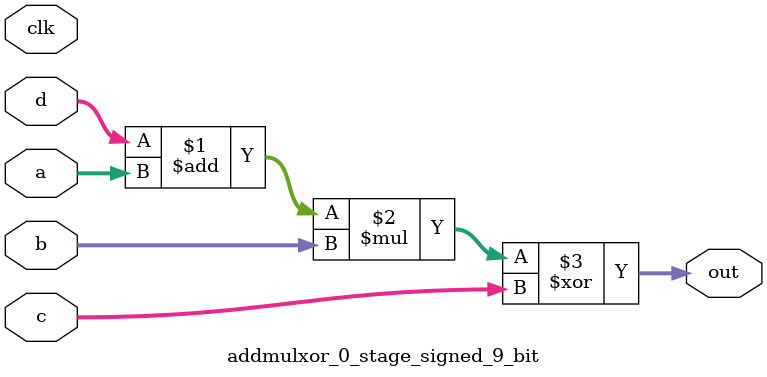
<source format=sv>
(* use_dsp = "yes" *) module addmulxor_0_stage_signed_9_bit(
	input signed [8:0] a,
	input signed [8:0] b,
	input signed [8:0] c,
	input signed [8:0] d,
	output [8:0] out,
	input clk);

	assign out = ((d + a) * b) ^ c;
endmodule

</source>
